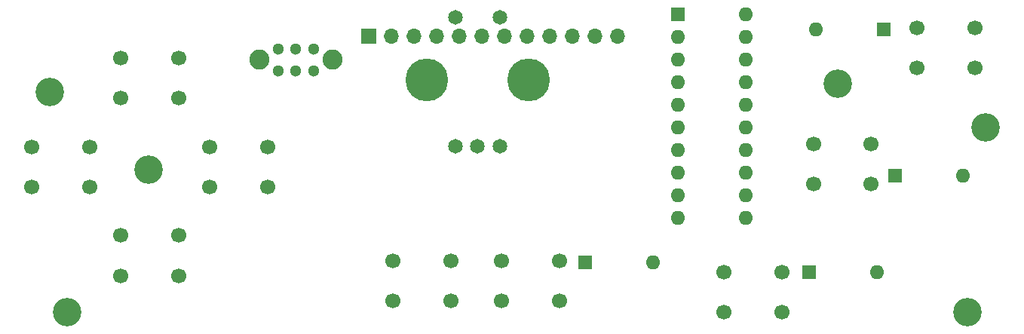
<source format=gbs>
%TF.GenerationSoftware,KiCad,Pcbnew,(6.0.0)*%
%TF.CreationDate,2022-03-13T17:57:59-04:00*%
%TF.ProjectId,jaguar spinner integrated pcb,6a616775-6172-4207-9370-696e6e657220,rev?*%
%TF.SameCoordinates,Original*%
%TF.FileFunction,Soldermask,Bot*%
%TF.FilePolarity,Negative*%
%FSLAX46Y46*%
G04 Gerber Fmt 4.6, Leading zero omitted, Abs format (unit mm)*
G04 Created by KiCad (PCBNEW (6.0.0)) date 2022-03-13 17:57:59*
%MOMM*%
%LPD*%
G01*
G04 APERTURE LIST*
%ADD10C,1.700000*%
%ADD11C,3.200000*%
%ADD12R,1.600000X1.600000*%
%ADD13O,1.600000X1.600000*%
%ADD14C,1.650000*%
%ADD15C,4.800000*%
%ADD16C,1.300000*%
%ADD17C,2.250000*%
%ADD18R,1.700000X1.700000*%
%ADD19O,1.700000X1.700000*%
G04 APERTURE END LIST*
D10*
%TO.C,SW5*%
X95189600Y-136419600D03*
X101689600Y-136419600D03*
X95189600Y-140919600D03*
X101689600Y-140919600D03*
%TD*%
D11*
%TO.C,REF\u002A\u002A*%
X98323400Y-129006600D03*
%TD*%
D10*
%TO.C,SW7*%
X172949600Y-126159600D03*
X179449600Y-126159600D03*
X172949600Y-130659600D03*
X179449600Y-130659600D03*
%TD*%
D12*
%TO.C,D7*%
X172466000Y-140538200D03*
D13*
X180086000Y-140538200D03*
%TD*%
D10*
%TO.C,SW9*%
X137949600Y-139229600D03*
X144449600Y-139229600D03*
X137949600Y-143729600D03*
X144449600Y-143729600D03*
%TD*%
D14*
%TO.C,VR1*%
X132755000Y-111922800D03*
X137755000Y-111922800D03*
X132755000Y-126422800D03*
X137755000Y-126422800D03*
X135255000Y-126422800D03*
D15*
X129555000Y-118922800D03*
X140955000Y-118922800D03*
%TD*%
D11*
%TO.C,REF\u002A\u002A*%
X175717200Y-119329200D03*
%TD*%
%TO.C,REF\u002A\u002A*%
X89203600Y-144977600D03*
%TD*%
D12*
%TO.C,U1*%
X157744000Y-111612600D03*
D13*
X157744000Y-114152600D03*
X157744000Y-116692600D03*
X157744000Y-119232600D03*
X157744000Y-121772600D03*
X157744000Y-124312600D03*
X157744000Y-126852600D03*
X157744000Y-129392600D03*
X157744000Y-131932600D03*
X157744000Y-134472600D03*
X165364000Y-134472600D03*
X165364000Y-131932600D03*
X165364000Y-129392600D03*
X165364000Y-126852600D03*
X165364000Y-124312600D03*
X165364000Y-121772600D03*
X165364000Y-119232600D03*
X165364000Y-116692600D03*
X165364000Y-114152600D03*
X165364000Y-111612600D03*
%TD*%
D11*
%TO.C,REF\u002A\u002A*%
X190253600Y-144977600D03*
%TD*%
%TO.C,REF\u002A\u002A*%
X192253600Y-124267600D03*
%TD*%
%TO.C,REF\u002A\u002A*%
X87203600Y-120267600D03*
%TD*%
D10*
%TO.C,SW4*%
X85219600Y-126449600D03*
X91719600Y-126449600D03*
X85219600Y-130949600D03*
X91719600Y-130949600D03*
%TD*%
D12*
%TO.C,D8*%
X147294600Y-139420600D03*
D13*
X154914600Y-139420600D03*
%TD*%
D10*
%TO.C,SW1*%
X125739600Y-139229600D03*
X132239600Y-139229600D03*
X125739600Y-143729600D03*
X132239600Y-143729600D03*
%TD*%
%TO.C,SW6*%
X95189600Y-116479600D03*
X101689600Y-116479600D03*
X95189600Y-120979600D03*
X101689600Y-120979600D03*
%TD*%
%TO.C,SW8*%
X162899600Y-140549600D03*
X169399600Y-140549600D03*
X162899600Y-145049600D03*
X169399600Y-145049600D03*
%TD*%
%TO.C,SW3*%
X105159600Y-126449600D03*
X111659600Y-126449600D03*
X105159600Y-130949600D03*
X111659600Y-130949600D03*
%TD*%
D12*
%TO.C,D6*%
X182168800Y-129667000D03*
D13*
X189788800Y-129667000D03*
%TD*%
D10*
%TO.C,SW2*%
X184579600Y-113089600D03*
X191079600Y-113089600D03*
X184579600Y-117589600D03*
X191079600Y-117589600D03*
%TD*%
D12*
%TO.C,D3*%
X180873400Y-113284000D03*
D13*
X173253400Y-113284000D03*
%TD*%
D16*
%TO.C,S1*%
X116833400Y-117942400D03*
X114833400Y-117942400D03*
X112833400Y-117942400D03*
X116833400Y-115442400D03*
X114833400Y-115442400D03*
X112833400Y-115442400D03*
D17*
X118933400Y-116692400D03*
X110733400Y-116692400D03*
%TD*%
D18*
%TO.C,J1*%
X123063000Y-114020600D03*
D19*
X125603000Y-114020600D03*
X128143000Y-114020600D03*
X130683000Y-114020600D03*
X133223000Y-114020600D03*
X135763000Y-114020600D03*
X138303000Y-114020600D03*
X140843000Y-114020600D03*
X143383000Y-114020600D03*
X145923000Y-114020600D03*
X148463000Y-114020600D03*
X151003000Y-114020600D03*
%TD*%
M02*

</source>
